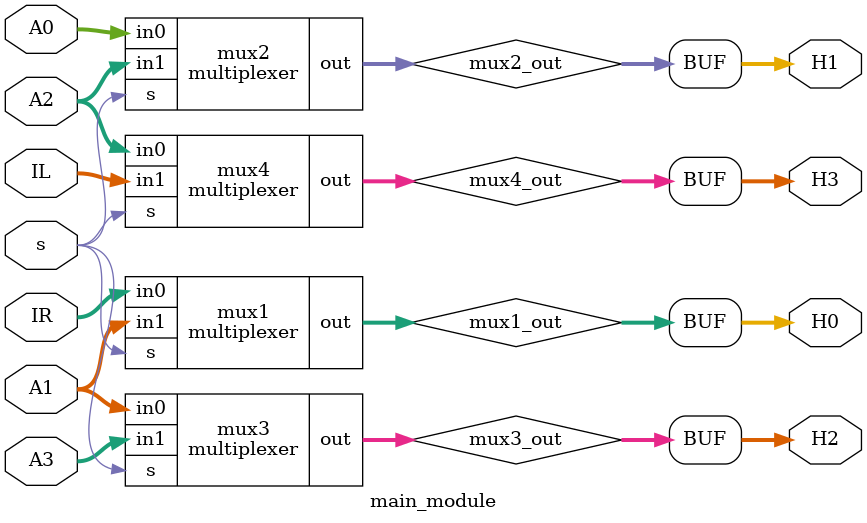
<source format=v>
module multiplexer (
input wire s, 
input wire [3:0] in0, 
input wire [3:0] in1, 
output wire [3:0] out 
);

assign out = s ? in1 : in0;
endmodule

module shift_left (
input wire [3:0] in, 
output wire [3:0] out 
);
assign out = in << 1;
endmodule 
////////////
module shift_right (
input wire [3:0] in, 
output wire [3:0] out 
);
assign out = in >> 1;
endmodule
////////////

module main_module (
    input wire [3:0] A0, 
    input wire [3:0] A1, 
    input wire [3:0] A2, 
    input wire [3:0] A3, 
    input wire [3:0] IR, 
    input wire [3:0] IL,
    input wire s, 
    output wire [3:0] H0, 
    output wire [3:0] H1, 
    output wire [3:0] H2, 
    output wire [3:0] H3 
);

wire [3:0] mux1_out;
wire [3:0] mux2_out; 
wire [3:0] mux3_out; 
wire [3:0] mux4_out;


multiplexer mux1 (
.s(s), 
.in0(IR), 
.in1(A1), 
.out(mux1_out) 
);

multiplexer mux2 (
.s(s), 
.in0(A0), 
.in1(A2), 
.out(mux2_out) 
);

multiplexer mux3 (
.s(s), 
.in0(A1), 
.in1(A3), 
.out(mux3_out) 
);

multiplexer mux4 (
.s(s), 
.in0(A2),
.in1(IL), 
.out(mux4_out)
);

assign H0 = mux1_out; 
assign H1 = mux2_out; 
assign H2 = mux3_out; 
assign H3 = mux4_out; 
endmodule
</source>
